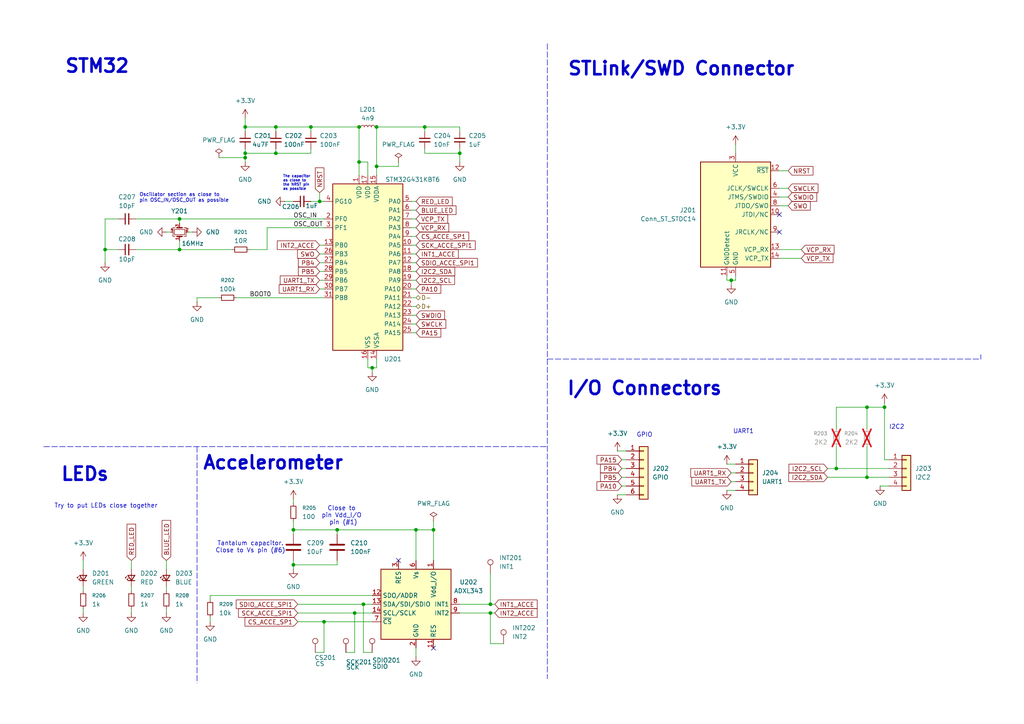
<source format=kicad_sch>
(kicad_sch (version 20250114) (generator "eeschema") (generator_version "9.0")
  (paper "A4")
  (title_block (title "STM32 Tuto USB") (date "2025-09-11") (rev "v1.0") (company "ENSEA") (comment 1 "Danilo Del Rio Cisneros"))
  (lib_symbols
    (symbol "Connector:Conn_ST_STDC14"
      (property "Reference" "J" (at -8.89 16.51 0))
      (property "Value" "Conn_ST_STDC14" (at 17.78 16.51 0))
      (symbol "Conn_ST_STDC14_0_1"
        (rectangle (start -10.16 15.24) (end 10.16 -15.24) (stroke (width 0.254)) (fill (type background)))
      )
      (symbol "Conn_ST_STDC14_1_1"
        (pin no_connect line (at -10.16 5.08 0) (length 2.54) (hide yes) (name "NC") (number "1"))
        (pin no_connect line (at -10.16 2.54 0) (length 2.54) (hide yes) (name "NC") (number "2"))
        (pin passive line (at -2.54 -17.78 90) (length 2.54) (name "GNDDetect") (number "11"))
        (pin power_in line (at 0 17.78 270) (length 2.54) (name "VCC") (number "3"))
        (pin power_in line (at 0 -17.78 90) (length 2.54) (name "GND") (number "5"))
        (pin passive line (at 0 -17.78 90) (length 2.54) (hide yes) (name "GND") (number "7"))
        (pin open_collector line (at 12.7 12.7 180) (length 2.54) (name "~{RST}") (number "12"))
        (pin output line (at 12.7 7.62 180) (length 2.54) (name "JCLK/SWCLK") (number "6"))
        (pin bidirectional line (at 12.7 5.08 180) (length 2.54) (name "JTMS/SWDIO") (number "4"))
        (pin input line (at 12.7 2.54 180) (length 2.54) (name "JTDO/SWO") (number "8"))
        (pin output line (at 12.7 0 180) (length 2.54) (name "JTDI/NC") (number "10"))
        (pin input line (at 12.7 -5.08 180) (length 2.54) (name "JRCLK/NC") (number "9"))
        (pin output line (at 12.7 -10.16 180) (length 2.54) (name "VCP_RX") (number "13"))
        (pin input line (at 12.7 -12.7 180) (length 2.54) (name "VCP_TX") (number "14"))
      )
    )
    (symbol "Connector:TestPoint" (pin_numbers (hide yes)) (pin_names (offset 0.762) (hide yes))
      (property "Reference" "TP" (at 0 6.858 0))
      (property "Value" "TestPoint" (at 0 5.08 0))
      (symbol "TestPoint_0_1"
        (circle (center 0 3.302) (radius 0.762))
      )
      (symbol "TestPoint_1_1"
        (pin passive line (at 0 0 90) (length 2.54) (name "1") (number "1"))
      )
    )
    (symbol "Connector_Generic:Conn_01x04" (pin_names (offset 1.016) (hide yes))
      (property "Reference" "J" (at 0 5.08 0))
      (property "Value" "Conn_01x04" (at 0 -7.62 0))
      (symbol "Conn_01x04_1_1"
        (rectangle (start -1.27 3.81) (end 1.27 -6.35) (stroke (width 0.254)) (fill (type background)))
        (rectangle (start -1.27 2.667) (end 0 2.413) (stroke (width 0.1524)))
        (rectangle (start -1.27 0.127) (end 0 -0.127) (stroke (width 0.1524)))
        (rectangle (start -1.27 -2.413) (end 0 -2.667) (stroke (width 0.1524)))
        (rectangle (start -1.27 -4.953) (end 0 -5.207) (stroke (width 0.1524)))
        (pin passive line (at -5.08 2.54 0) (length 3.81) (name "Pin_1") (number "1"))
        (pin passive line (at -5.08 0 0) (length 3.81) (name "Pin_2") (number "2"))
        (pin passive line (at -5.08 -2.54 0) (length 3.81) (name "Pin_3") (number "3"))
        (pin passive line (at -5.08 -5.08 0) (length 3.81) (name "Pin_4") (number "4"))
      )
    )
    (symbol "Connector_Generic:Conn_01x06" (pin_names (offset 1.016) (hide yes))
      (property "Reference" "J" (at 0 7.62 0))
      (property "Value" "Conn_01x06" (at 0 -10.16 0))
      (symbol "Conn_01x06_1_1"
        (rectangle (start -1.27 6.35) (end 1.27 -8.89) (stroke (width 0.254)) (fill (type background)))
        (rectangle (start -1.27 5.207) (end 0 4.953) (stroke (width 0.1524)))
        (rectangle (start -1.27 2.667) (end 0 2.413) (stroke (width 0.1524)))
        (rectangle (start -1.27 0.127) (end 0 -0.127) (stroke (width 0.1524)))
        (rectangle (start -1.27 -2.413) (end 0 -2.667) (stroke (width 0.1524)))
        (rectangle (start -1.27 -4.953) (end 0 -5.207) (stroke (width 0.1524)))
        (rectangle (start -1.27 -7.493) (end 0 -7.747) (stroke (width 0.1524)))
        (pin passive line (at -5.08 5.08 0) (length 3.81) (name "Pin_1") (number "1"))
        (pin passive line (at -5.08 2.54 0) (length 3.81) (name "Pin_2") (number "2"))
        (pin passive line (at -5.08 0 0) (length 3.81) (name "Pin_3") (number "3"))
        (pin passive line (at -5.08 -2.54 0) (length 3.81) (name "Pin_4") (number "4"))
        (pin passive line (at -5.08 -5.08 0) (length 3.81) (name "Pin_5") (number "5"))
        (pin passive line (at -5.08 -7.62 0) (length 3.81) (name "Pin_6") (number "6"))
      )
    )
    (symbol "Device:C" (pin_numbers (hide yes)) (pin_names (offset 0.254))
      (property "Reference" "C" (at 0.635 2.54 0))
      (property "Value" "C" (at 0.635 -2.54 0))
      (symbol "C_0_1"
        (polyline (pts (xy -2.032 0.762) (xy 2.032 0.762)) (stroke (width 0.508)))
        (polyline (pts (xy -2.032 -0.762) (xy 2.032 -0.762)) (stroke (width 0.508)))
      )
      (symbol "C_1_1"
        (pin passive line (at 0 3.81 270) (length 2.794) (name "~") (number "1"))
        (pin passive line (at 0 -3.81 90) (length 2.794) (name "~") (number "2"))
      )
    )
    (symbol "Device:C_Small" (pin_numbers (hide yes)) (pin_names (offset 0.254) (hide yes))
      (property "Reference" "C" (at 0.254 1.778 0))
      (property "Value" "C_Small" (at 0.254 -2.032 0))
      (symbol "C_Small_0_1"
        (polyline (pts (xy -1.524 0.508) (xy 1.524 0.508)) (stroke (width 0.3048)))
        (polyline (pts (xy -1.524 -0.508) (xy 1.524 -0.508)) (stroke (width 0.3302)))
      )
      (symbol "C_Small_1_1"
        (pin passive line (at 0 2.54 270) (length 2.032) (name "~") (number "1"))
        (pin passive line (at 0 -2.54 90) (length 2.032) (name "~") (number "2"))
      )
    )
    (symbol "Device:Crystal_GND24_Small" (pin_names (offset 1.016) (hide yes))
      (property "Reference" "Y" (at 1.27 4.445 0))
      (property "Value" "Crystal_GND24_Small" (at 1.27 2.54 0))
      (symbol "Crystal_GND24_Small_0_1"
        (polyline (pts (xy -1.27 1.27) (xy -1.27 1.905) (xy 1.27 1.905) (xy 1.27 1.27)))
        (polyline (pts (xy -1.27 -0.762) (xy -1.27 0.762)) (stroke (width 0.381)))
        (polyline (pts (xy -1.27 -1.27) (xy -1.27 -1.905) (xy 1.27 -1.905) (xy 1.27 -1.27)))
        (rectangle (start -0.762 -1.524) (end 0.762 1.524))
        (polyline (pts (xy 1.27 -0.762) (xy 1.27 0.762)) (stroke (width 0.381)))
      )
      (symbol "Crystal_GND24_Small_1_1"
        (pin passive line (at -2.54 0 0) (length 1.27) (name "1") (number "1"))
        (pin passive line (at 0 2.54 270) (length 0.635) (name "4") (number "4"))
        (pin passive line (at 0 -2.54 90) (length 0.635) (name "2") (number "2"))
        (pin passive line (at 2.54 0 180) (length 1.27) (name "3") (number "3"))
      )
    )
    (symbol "Device:LED_Small" (pin_numbers (hide yes)) (pin_names (offset 0.254) (hide yes))
      (property "Reference" "D" (at -1.27 3.175 0))
      (property "Value" "LED_Small" (at -4.445 -2.54 0))
      (symbol "LED_Small_0_1"
        (polyline (pts (xy -0.762 -1.016) (xy -0.762 1.016)) (stroke (width 0.254)))
        (polyline (pts (xy 0 0.762) (xy -0.508 1.27) (xy -0.254 1.27) (xy -0.508 1.27) (xy -0.508 1.016)))
        (polyline (pts (xy 0.508 1.27) (xy 0 1.778) (xy 0.254 1.778) (xy 0 1.778) (xy 0 1.524)))
        (polyline (pts (xy 0.762 -1.016) (xy -0.762 0) (xy 0.762 1.016) (xy 0.762 -1.016)) (stroke (width 0.254)))
        (polyline (pts (xy 1.016 0) (xy -0.762 0)))
      )
      (symbol "LED_Small_1_1"
        (pin passive line (at -2.54 0 0) (length 1.778) (name "K") (number "1"))
        (pin passive line (at 2.54 0 180) (length 1.778) (name "A") (number "2"))
      )
    )
    (symbol "Device:L_Small" (pin_numbers (hide yes)) (pin_names (offset 0.254) (hide yes))
      (property "Reference" "L" (at 0.762 1.016 0))
      (property "Value" "L_Small" (at 0.762 -1.016 0))
      (symbol "L_Small_0_1"
        (arc (start 0 2.032) (mid 0.5058 1.524) (end 0 1.016))
        (arc (start 0 1.016) (mid 0.5058 0.508) (end 0 0))
        (arc (start 0 0) (mid 0.5058 -0.508) (end 0 -1.016))
        (arc (start 0 -1.016) (mid 0.5058 -1.524) (end 0 -2.032))
      )
      (symbol "L_Small_1_1"
        (pin passive line (at 0 2.54 270) (length 0.508) (name "~") (number "1"))
        (pin passive line (at 0 -2.54 90) (length 0.508) (name "~") (number "2"))
      )
    )
    (symbol "Device:R_Small" (pin_numbers (hide yes)) (pin_names (offset 0.254) (hide yes))
      (property "Reference" "R" (at 0 0 90))
      (property "Value" "R_Small" (at 1.778 0 90))
      (symbol "R_Small_0_1"
        (rectangle (start -0.762 1.778) (end 0.762 -1.778) (stroke (width 0.2032)))
      )
      (symbol "R_Small_1_1"
        (pin passive line (at 0 2.54 270) (length 0.762) (name "~") (number "1"))
        (pin passive line (at 0 -2.54 90) (length 0.762) (name "~") (number "2"))
      )
    )
    (symbol "MCU_ST_STM32G4:STM32G431KBTx"
      (property "Reference" "U" (at -10.16 26.67 0))
      (property "Value" "STM32G431KBTx" (at 5.08 26.67 0))
      (symbol "STM32G431KBTx_0_1"
        (rectangle (start -10.16 -22.86) (end 10.16 25.4) (stroke (width 0.254)) (fill (type background)))
      )
      (symbol "STM32G431KBTx_1_1"
        (pin bidirectional line (at -12.7 20.32 0) (length 2.54) (name "PG10") (number "4"))
        (pin bidirectional line (at -12.7 15.24 0) (length 2.54) (name "PF0") (number "2"))
        (pin bidirectional line (at -12.7 12.7 0) (length 2.54) (name "PF1") (number "3"))
        (pin bidirectional line (at -12.7 7.62 0) (length 2.54) (name "PB0") (number "13"))
        (pin bidirectional line (at -12.7 5.08 0) (length 2.54) (name "PB3") (number "26"))
        (pin bidirectional line (at -12.7 2.54 0) (length 2.54) (name "PB4") (number "27"))
        (pin bidirectional line (at -12.7 0 0) (length 2.54) (name "PB5") (number "28"))
        (pin bidirectional line (at -12.7 -2.54 0) (length 2.54) (name "PB6") (number "29"))
        (pin bidirectional line (at -12.7 -5.08 0) (length 2.54) (name "PB7") (number "30"))
        (pin bidirectional line (at -12.7 -7.62 0) (length 2.54) (name "PB8") (number "31"))
        (pin power_in line (at -2.54 27.94 270) (length 2.54) (name "VDD") (number "1"))
        (pin power_in line (at 0 27.94 270) (length 2.54) (name "VDD") (number "17"))
        (pin power_in line (at 0 -25.4 90) (length 2.54) (name "VSS") (number "16"))
        (pin passive line (at 0 -25.4 90) (length 2.54) (hide yes) (name "VSS") (number "32"))
        (pin power_in line (at 2.54 27.94 270) (length 2.54) (name "VDDA") (number "15"))
        (pin power_in line (at 2.54 -25.4 90) (length 2.54) (name "VSSA") (number "14"))
        (pin bidirectional line (at 12.7 20.32 180) (length 2.54) (name "PA0") (number "5"))
        (pin bidirectional line (at 12.7 17.78 180) (length 2.54) (name "PA1") (number "6"))
        (pin bidirectional line (at 12.7 15.24 180) (length 2.54) (name "PA2") (number "7"))
        (pin bidirectional line (at 12.7 12.7 180) (length 2.54) (name "PA3") (number "8"))
        (pin bidirectional line (at 12.7 10.16 180) (length 2.54) (name "PA4") (number "9"))
        (pin bidirectional line (at 12.7 7.62 180) (length 2.54) (name "PA5") (number "10"))
        (pin bidirectional line (at 12.7 5.08 180) (length 2.54) (name "PA6") (number "11"))
        (pin bidirectional line (at 12.7 2.54 180) (length 2.54) (name "PA7") (number "12"))
        (pin bidirectional line (at 12.7 0 180) (length 2.54) (name "PA8") (number "18"))
        (pin bidirectional line (at 12.7 -2.54 180) (length 2.54) (name "PA9") (number "19"))
        (pin bidirectional line (at 12.7 -5.08 180) (length 2.54) (name "PA10") (number "20"))
        (pin bidirectional line (at 12.7 -7.62 180) (length 2.54) (name "PA11") (number "21"))
        (pin bidirectional line (at 12.7 -10.16 180) (length 2.54) (name "PA12") (number "22"))
        (pin bidirectional line (at 12.7 -12.7 180) (length 2.54) (name "PA13") (number "23"))
        (pin bidirectional line (at 12.7 -15.24 180) (length 2.54) (name "PA14") (number "24"))
        (pin bidirectional line (at 12.7 -17.78 180) (length 2.54) (name "PA15") (number "25"))
      )
    )
    (symbol "Sensor_Motion:ADXL343"
      (property "Reference" "U" (at -8.89 11.43 0))
      (property "Value" "ADXL343" (at -7.62 -11.43 0))
      (symbol "ADXL343_0_1"
        (rectangle (start -10.16 10.16) (end 10.16 -10.16) (stroke (width 0.254)) (fill (type background)))
      )
      (symbol "ADXL343_1_1"
        (pin bidirectional line (at -12.7 2.54 0) (length 2.54) (name "SDO/ADDR") (number "12"))
        (pin bidirectional line (at -12.7 0 0) (length 2.54) (name "SDA/SDI/SDIO") (number "13"))
        (pin input line (at -12.7 -2.54 0) (length 2.54) (name "SCL/SCLK") (number "14"))
        (pin input line (at -12.7 -5.08 0) (length 2.54) (name "~{CS}") (number "7"))
        (pin passive line (at -5.08 12.7 270) (length 2.54) (name "RES") (number "3"))
        (pin no_connect line (at -5.08 -10.16 90) (length 2.54) (hide yes) (name "NC") (number "10"))
        (pin power_in line (at 0 12.7 270) (length 2.54) (name "Vs") (number "6"))
        (pin power_in line (at 0 -12.7 90) (length 2.54) (name "GND") (number "2"))
        (pin passive line (at 0 -12.7 90) (length 2.54) (hide yes) (name "GND") (number "4"))
        (pin passive line (at 0 -12.7 90) (length 2.54) (hide yes) (name "GND") (number "5"))
        (pin power_in line (at 5.08 12.7 270) (length 2.54) (name "Vdd_I/O") (number "1"))
        (pin passive line (at 5.08 -12.7 90) (length 2.54) (name "RES") (number "11"))
        (pin output line (at 12.7 0 180) (length 2.54) (name "INT1") (number "8"))
        (pin output line (at 12.7 -2.54 180) (length 2.54) (name "INT2") (number "9"))
      )
    )
    (symbol "power:+3.3V" (power) (pin_numbers (hide yes)) (pin_names (offset 0) (hide yes))
      (property "Value" "+3.3V" (at 0 3.556 0))
      (symbol "+3.3V_0_1"
        (polyline (pts (xy -0.762 1.27) (xy 0 2.54)))
        (polyline (pts (xy 0 2.54) (xy 0.762 1.27)))
        (polyline (pts (xy 0 0) (xy 0 2.54)))
      )
      (symbol "+3.3V_1_1"
        (pin power_in line (at 0 0 90) (length 0) (name "~") (number "1"))
      )
    )
    (symbol "power:GND" (power) (pin_numbers (hide yes)) (pin_names (offset 0) (hide yes))
      (property "Value" "GND" (at 0 -3.81 0))
      (symbol "GND_0_1"
        (polyline (pts (xy 0 0) (xy 0 -1.27) (xy 1.27 -1.27) (xy 0 -2.54) (xy -1.27 -1.27) (xy 0 -1.27)))
      )
      (symbol "GND_1_1"
        (pin power_in line (at 0 0 270) (length 0) (name "~") (number "1"))
      )
    )
    (symbol "power:PWR_FLAG" (power) (pin_numbers (hide yes)) (pin_names (offset 0) (hide yes))
      (property "Value" "PWR_FLAG" (at 0 3.81 0))
      (symbol "PWR_FLAG_0_0"
        (pin power_out line (at 0 0 90) (length 0) (name "~") (number "1"))
      )
      (symbol "PWR_FLAG_0_1"
        (polyline (pts (xy 0 0) (xy 0 1.27) (xy -1.016 1.905) (xy 0 2.54) (xy 1.016 1.905) (xy 0 1.27)))
      )
    )
  )
  (text "UART1" (at 215.646 125.222 0) (effects (font (size 1.27 1.27))))
  (text "GPIO" (at 186.944 126.238 0) (effects (font (size 1.27 1.27))))
  (text "Try to put LEDs close together" (at 30.734 146.812 0) (effects (font (size 1.27 1.27))))
  (text "Close to \npin Vdd_I/O \npin (#1)" (at 99.568 149.606 0) (effects (font (size 1.27 1.27))))
  (text "The capacitor\nas close to\nthe NRST pin\nas possible" (at 82.042 53.086 0) (effects (font (size 0.762 0.762)) (justify left)))
  (text "Tantalum capacitor.\nClose to Vs pin (#6)" (at 72.644 158.75 0) (effects (font (size 1.27 1.27))))
  (text "I/O Connectors" (at 186.944 112.776 0) (effects (font (size 3.81 3.81) (thickness 0.762) (bold yes))))
  (text "STM32" (at 28.194 19.304 0) (effects (font (size 3.81 3.81) (thickness 0.762) (bold yes))))
  (text "Oscillator section as close to \npin OSC_IN/OSC_OUT as possible" (at 40.386 57.404 0) (effects (font (size 1.016 1.016)) (justify left)))
  (text "I2C2\n" (at 260.096 123.952 0) (effects (font (size 1.27 1.27))))
  (text "Accelerometer" (at 79.248 134.366 0) (effects (font (size 3.81 3.81) (thickness 0.762) (bold yes))))
  (text "STLink/SWD Connector" (at 197.612 20.066 0) (effects (font (size 3.81 3.81) (thickness 0.762) (bold yes))))
  (text "LEDs" (at 24.638 137.668 0) (effects (font (size 3.81 3.81) (thickness 0.762) (bold yes))))
  (junction (at 97.79 153.67))
  (junction (at 71.12 44.45))
  (junction (at 90.17 36.83))
  (junction (at 104.14 46.99))
  (junction (at 142.24 177.8))
  (junction (at 109.22 48.26))
  (junction (at 120.65 153.67))
  (junction (at 85.09 163.83))
  (junction (at 242.57 135.89))
  (junction (at 52.07 63.5))
  (junction (at 102.87 177.8))
  (junction (at 251.46 118.11))
  (junction (at 80.01 36.83))
  (junction (at 71.12 36.83))
  (junction (at 125.73 153.67))
  (junction (at 71.12 45.72))
  (junction (at 123.19 36.83))
  (junction (at 105.41 175.26))
  (junction (at 212.09 81.28))
  (junction (at 30.48 72.39))
  (junction (at 92.71 58.42))
  (junction (at 80.01 44.45))
  (junction (at 256.54 118.11))
  (junction (at 142.24 175.26))
  (junction (at 93.98 180.34))
  (junction (at 251.46 138.43))
  (junction (at 133.35 44.45))
  (junction (at 104.14 36.83))
  (junction (at 85.09 153.67))
  (junction (at 52.07 72.39))
  (junction (at 109.22 36.83))
  (junction (at 107.95 106.68))
  (no_connect (at 125.73 187.96))
  (no_connect (at 226.06 67.31))
  (no_connect (at 226.06 62.23))
  (no_connect (at 115.57 162.56))
  (wire (pts (xy 48.26 162.56) (xy 48.26 165.1)))
  (wire (pts (xy 212.09 81.28) (xy 213.36 81.28)))
  (wire (pts (xy 71.12 44.45) (xy 80.01 44.45)))
  (wire (pts (xy 179.07 130.81) (xy 181.61 130.81)))
  (wire (pts (xy 212.09 139.7) (xy 213.36 139.7)))
  (wire (pts (xy 256.54 118.11) (xy 256.54 133.35)))
  (wire (pts (xy 85.09 163.83) (xy 85.09 165.1)))
  (wire (pts (xy 119.38 58.42) (xy 120.65 58.42)))
  (wire (pts (xy 52.07 72.39) (xy 67.31 72.39)))
  (wire (pts (xy 210.82 81.28) (xy 212.09 81.28)))
  (wire (pts (xy 123.19 36.83) (xy 123.19 38.1)))
  (wire (pts (xy 133.35 175.26) (xy 142.24 175.26)))
  (wire (pts (xy 100.33 189.23) (xy 102.87 189.23)))
  (wire (pts (xy 92.71 55.88) (xy 92.71 58.42)))
  (wire (pts (xy 71.12 43.18) (xy 71.12 44.45)))
  (wire (pts (xy 30.48 72.39) (xy 30.48 76.2)))
  (wire (pts (xy 109.22 36.83) (xy 109.22 48.26)))
  (wire (pts (xy 30.48 72.39) (xy 34.29 72.39)))
  (wire (pts (xy 85.09 163.83) (xy 97.79 163.83)))
  (wire (pts (xy 39.37 72.39) (xy 52.07 72.39)))
  (wire (pts (xy 125.73 151.13) (xy 125.73 153.67)))
  (wire (pts (xy 102.87 189.23) (xy 102.87 177.8)))
  (wire (pts (xy 109.22 106.68) (xy 107.95 106.68)))
  (wire (pts (xy 80.01 43.18) (xy 80.01 44.45)))
  (wire (pts (xy 90.17 36.83) (xy 90.17 38.1)))
  (wire (pts (xy 119.38 91.44) (xy 120.65 91.44)))
  (wire (pts (xy 240.03 135.89) (xy 242.57 135.89)))
  (wire (pts (xy 119.38 71.12) (xy 120.65 71.12)))
  (wire (pts (xy 104.14 36.83) (xy 104.14 46.99)))
  (wire (pts (xy 60.96 172.72) (xy 60.96 173.99)))
  (wire (pts (xy 226.06 59.69) (xy 228.6 59.69)))
  (wire (pts (xy 97.79 162.56) (xy 97.79 163.83)))
  (wire (pts (xy 93.98 189.23) (xy 93.98 180.34)))
  (wire (pts (xy 120.65 187.96) (xy 120.65 190.5)))
  (wire (pts (xy 242.57 118.11) (xy 242.57 124.46)))
  (wire (pts (xy 119.38 73.66) (xy 120.65 73.66)))
  (wire (pts (xy 85.09 151.13) (xy 85.09 153.67)))
  (wire (pts (xy 251.46 129.54) (xy 251.46 138.43)))
  (wire (pts (xy 80.01 44.45) (xy 90.17 44.45)))
  (wire (pts (xy 119.38 76.2) (xy 120.65 76.2)))
  (wire (pts (xy 71.12 36.83) (xy 71.12 34.29)))
  (wire (pts (xy 71.12 36.83) (xy 71.12 38.1)))
  (wire (pts (xy 119.38 93.98) (xy 120.65 93.98)))
  (wire (pts (xy 93.98 63.5) (xy 52.07 63.5)))
  (wire (pts (xy 213.36 81.28) (xy 213.36 80.01)))
  (wire (pts (xy 93.98 180.34) (xy 107.95 180.34)))
  (wire (pts (xy 91.44 189.23) (xy 93.98 189.23)))
  (wire (pts (xy 38.1 162.56) (xy 38.1 165.1)))
  (wire (pts (xy 106.68 46.99) (xy 106.68 50.8)))
  (wire (pts (xy 133.35 36.83) (xy 133.35 38.1)))
  (wire (pts (xy 123.19 44.45) (xy 133.35 44.45)))
  (wire (pts (xy 52.07 63.5) (xy 52.07 64.77)))
  (wire (pts (xy 146.05 186.69) (xy 142.24 186.69)))
  (wire (pts (xy 120.65 162.56) (xy 120.65 153.67)))
  (wire (pts (xy 123.19 43.18) (xy 123.19 44.45)))
  (wire (pts (xy 210.82 142.24) (xy 213.36 142.24)))
  (wire (pts (xy 119.38 88.9) (xy 120.65 88.9)))
  (wire (pts (xy 86.36 175.26) (xy 105.41 175.26)))
  (wire (pts (xy 226.06 54.61) (xy 228.6 54.61)))
  (wire (pts (xy 60.96 172.72) (xy 107.95 172.72)))
  (wire (pts (xy 92.71 58.42) (xy 93.98 58.42)))
  (wire (pts (xy 92.71 81.28) (xy 93.98 81.28)))
  (wire (pts (xy 80.01 36.83) (xy 80.01 38.1)))
  (wire (pts (xy 119.38 63.5) (xy 120.65 63.5)))
  (wire (pts (xy 142.24 186.69) (xy 142.24 177.8)))
  (wire (pts (xy 48.26 176.53) (xy 48.26 177.8)))
  (wire (pts (xy 34.29 63.5) (xy 30.48 63.5)))
  (wire (pts (xy 119.38 86.36) (xy 120.65 86.36)))
  (wire (pts (xy 82.55 58.42) (xy 85.09 58.42)))
  (wire (pts (xy 92.71 76.2) (xy 93.98 76.2)))
  (wire (pts (xy 90.17 43.18) (xy 90.17 44.45)))
  (wire (pts (xy 251.46 118.11) (xy 242.57 118.11)))
  (wire (pts (xy 226.06 49.53) (xy 228.6 49.53)))
  (wire (pts (xy 38.1 176.53) (xy 38.1 177.8)))
  (wire (pts (xy 77.47 66.04) (xy 93.98 66.04)))
  (wire (pts (xy 102.87 177.8) (xy 107.95 177.8)))
  (wire (pts (xy 251.46 118.11) (xy 251.46 124.46)))
  (wire (pts (xy 142.24 175.26) (xy 143.51 175.26)))
  (wire (pts (xy 226.06 57.15) (xy 228.6 57.15)))
  (polyline (pts (xy 284.48 102.87) (xy 284.48 104.14)) (stroke (width 0) (type dash)))
  (wire (pts (xy 57.15 86.36) (xy 63.5 86.36)))
  (wire (pts (xy 242.57 135.89) (xy 257.81 135.89)))
  (wire (pts (xy 72.39 72.39) (xy 77.47 72.39)))
  (wire (pts (xy 242.57 129.54) (xy 242.57 135.89)))
  (wire (pts (xy 86.36 177.8) (xy 102.87 177.8)))
  (wire (pts (xy 109.22 36.83) (xy 123.19 36.83)))
  (wire (pts (xy 80.01 36.83) (xy 71.12 36.83)))
  (wire (pts (xy 119.38 96.52) (xy 120.65 96.52)))
  (wire (pts (xy 226.06 74.93) (xy 232.41 74.93)))
  (wire (pts (xy 256.54 118.11) (xy 251.46 118.11)))
  (wire (pts (xy 71.12 45.72) (xy 71.12 46.99)))
  (wire (pts (xy 105.41 175.26) (xy 105.41 189.23)))
  (wire (pts (xy 39.37 63.5) (xy 52.07 63.5)))
  (wire (pts (xy 123.19 36.83) (xy 133.35 36.83)))
  (wire (pts (xy 92.71 71.12) (xy 93.98 71.12)))
  (wire (pts (xy 105.41 189.23) (xy 107.95 189.23)))
  (wire (pts (xy 119.38 81.28) (xy 120.65 81.28)))
  (wire (pts (xy 180.34 138.43) (xy 181.61 138.43)))
  (wire (pts (xy 179.07 143.51) (xy 181.61 143.51)))
  (wire (pts (xy 133.35 177.8) (xy 142.24 177.8)))
  (wire (pts (xy 90.17 36.83) (xy 80.01 36.83)))
  (wire (pts (xy 212.09 137.16) (xy 213.36 137.16)))
  (wire (pts (xy 90.17 58.42) (xy 92.71 58.42)))
  (wire (pts (xy 92.71 73.66) (xy 93.98 73.66)))
  (wire (pts (xy 133.35 43.18) (xy 133.35 44.45)))
  (wire (pts (xy 106.68 106.68) (xy 107.95 106.68)))
  (wire (pts (xy 115.57 46.99) (xy 115.57 48.26)))
  (wire (pts (xy 212.09 82.55) (xy 212.09 81.28)))
  (polyline (pts (xy 12.7 129.54) (xy 158.75 129.54)) (stroke (width 0) (type dash)))
  (polyline (pts (xy 158.75 12.7) (xy 158.75 196.85)) (stroke (width 0) (type dash)))
  (wire (pts (xy 38.1 170.18) (xy 38.1 171.45)))
  (wire (pts (xy 105.41 175.26) (xy 107.95 175.26)))
  (wire (pts (xy 52.07 69.85) (xy 52.07 72.39)))
  (wire (pts (xy 107.95 106.68) (xy 107.95 107.95)))
  (wire (pts (xy 97.79 153.67) (xy 120.65 153.67)))
  (wire (pts (xy 30.48 63.5) (xy 30.48 72.39)))
  (wire (pts (xy 106.68 104.14) (xy 106.68 106.68)))
  (wire (pts (xy 104.14 46.99) (xy 106.68 46.99)))
  (wire (pts (xy 92.71 83.82) (xy 93.98 83.82)))
  (wire (pts (xy 255.27 140.97) (xy 257.81 140.97)))
  (wire (pts (xy 24.13 176.53) (xy 24.13 177.8)))
  (wire (pts (xy 213.36 41.91) (xy 213.36 44.45)))
  (wire (pts (xy 24.13 162.56) (xy 24.13 165.1)))
  (wire (pts (xy 104.14 46.99) (xy 104.14 50.8)))
  (wire (pts (xy 85.09 144.78) (xy 85.09 146.05)))
  (wire (pts (xy 119.38 66.04) (xy 120.65 66.04)))
  (wire (pts (xy 180.34 140.97) (xy 181.61 140.97)))
  (wire (pts (xy 54.61 67.31) (xy 55.88 67.31)))
  (wire (pts (xy 142.24 177.8) (xy 143.51 177.8)))
  (wire (pts (xy 24.13 170.18) (xy 24.13 171.45)))
  (wire (pts (xy 77.47 72.39) (xy 77.47 66.04)))
  (wire (pts (xy 119.38 83.82) (xy 120.65 83.82)))
  (wire (pts (xy 251.46 138.43) (xy 257.81 138.43)))
  (wire (pts (xy 71.12 44.45) (xy 71.12 45.72)))
  (wire (pts (xy 57.15 87.63) (xy 57.15 86.36)))
  (wire (pts (xy 256.54 133.35) (xy 257.81 133.35)))
  (wire (pts (xy 109.22 48.26) (xy 115.57 48.26)))
  (wire (pts (xy 119.38 60.96) (xy 120.65 60.96)))
  (wire (pts (xy 97.79 154.94) (xy 97.79 153.67)))
  (wire (pts (xy 85.09 153.67) (xy 85.09 154.94)))
  (wire (pts (xy 210.82 134.62) (xy 213.36 134.62)))
  (wire (pts (xy 109.22 104.14) (xy 109.22 106.68)))
  (wire (pts (xy 92.71 78.74) (xy 93.98 78.74)))
  (wire (pts (xy 63.5 45.72) (xy 71.12 45.72)))
  (wire (pts (xy 119.38 68.58) (xy 120.65 68.58)))
  (wire (pts (xy 125.73 162.56) (xy 125.73 153.67)))
  (wire (pts (xy 125.73 153.67) (xy 120.65 153.67)))
  (wire (pts (xy 180.34 133.35) (xy 181.61 133.35)))
  (wire (pts (xy 180.34 135.89) (xy 181.61 135.89)))
  (wire (pts (xy 60.96 179.07) (xy 60.96 180.34)))
  (polyline (pts (xy 57.15 129.54) (xy 57.15 198.12)) (stroke (width 0) (type dash)))
  (wire (pts (xy 85.09 162.56) (xy 85.09 163.83)))
  (wire (pts (xy 210.82 80.01) (xy 210.82 81.28)))
  (wire (pts (xy 240.03 138.43) (xy 251.46 138.43)))
  (wire (pts (xy 142.24 166.37) (xy 142.24 175.26)))
  (wire (pts (xy 90.17 36.83) (xy 104.14 36.83)))
  (wire (pts (xy 86.36 180.34) (xy 93.98 180.34)))
  (wire (pts (xy 68.58 86.36) (xy 93.98 86.36)))
  (wire (pts (xy 109.22 48.26) (xy 109.22 50.8)))
  (wire (pts (xy 119.38 78.74) (xy 120.65 78.74)))
  (wire (pts (xy 48.26 170.18) (xy 48.26 171.45)))
  (polyline (pts (xy 158.75 104.14) (xy 284.48 104.14)) (stroke (width 0) (type dash)))
  (wire (pts (xy 226.06 72.39) (xy 232.41 72.39)))
  (wire (pts (xy 85.09 153.67) (xy 97.79 153.67)))
  (wire (pts (xy 133.35 44.45) (xy 133.35 46.99)))
  (wire (pts (xy 256.54 116.84) (xy 256.54 118.11)))
  (wire (pts (xy 48.26 67.31) (xy 49.53 67.31)))
  (label "OSC_OUT" (at 85.09 66.04 0))
  (label "OSC_IN" (at 85.09 63.5 0))
  (label "BOOT0" (at 72.39 86.36 0))
  (global_label "CS_ACCE_SP1" (shape input) (at 86.36 180.34 180) (property "Intersheetrefs" "${INTERSHEET_REFS}" (effects (hide yes))))
  (global_label "UART1_TX" (shape input) (at 92.71 81.28 180) (property "Intersheetrefs" "${INTERSHEET_REFS}" (effects (hide yes))))
  (global_label "VCP_RX" (shape input) (at 232.41 72.39 0) (property "Intersheetrefs" "${INTERSHEET_REFS}" (effects (hide yes))))
  (global_label "SDIO_ACCE_SPI1" (shape input) (at 120.65 76.2 0) (property "Intersheetrefs" "${INTERSHEET_REFS}" (effects (hide yes))))
  (global_label "BLUE_LED" (shape input) (at 48.26 162.56 90) (property "Intersheetrefs" "${INTERSHEET_REFS}" (effects (hide yes))))
  (global_label "SWCLK" (shape input) (at 228.6 54.61 0) (property "Intersheetrefs" "${INTERSHEET_REFS}" (effects (hide yes))))
  (global_label "PA15" (shape input) (at 120.65 96.52 0) (property "Intersheetrefs" "${INTERSHEET_REFS}" (effects (hide yes))))
  (global_label "SDIO_ACCE_SPI1" (shape input) (at 86.36 175.26 180) (property "Intersheetrefs" "${INTERSHEET_REFS}" (effects (hide yes))))
  (global_label "VCP_TX" (shape input) (at 120.65 63.5 0) (property "Intersheetrefs" "${INTERSHEET_REFS}" (effects (hide yes))))
  (global_label "SWO" (shape input) (at 228.6 59.69 0) (property "Intersheetrefs" "${INTERSHEET_REFS}" (effects (hide yes))))
  (global_label "SCK_ACCE_SPI1" (shape input) (at 86.36 177.8 180) (property "Intersheetrefs" "${INTERSHEET_REFS}" (effects (hide yes))))
  (global_label "PB4" (shape input) (at 92.71 76.2 180) (property "Intersheetrefs" "${INTERSHEET_REFS}" (effects (hide yes))))
  (global_label "PB5" (shape input) (at 180.34 138.43 180) (property "Intersheetrefs" "${INTERSHEET_REFS}" (effects (hide yes))))
  (global_label "SCK_ACCE_SPI1" (shape input) (at 120.65 71.12 0) (property "Intersheetrefs" "${INTERSHEET_REFS}" (effects (hide yes))))
  (global_label "PB4" (shape input) (at 180.34 135.89 180) (property "Intersheetrefs" "${INTERSHEET_REFS}" (effects (hide yes))))
  (global_label "PA10" (shape input) (at 180.34 140.97 180) (property "Intersheetrefs" "${INTERSHEET_REFS}" (effects (hide yes))))
  (global_label "UART1_RX" (shape input) (at 92.71 83.82 180) (property "Intersheetrefs" "${INTERSHEET_REFS}" (effects (hide yes))))
  (global_label "INT1_ACCE" (shape input) (at 143.51 175.26 0) (property "Intersheetrefs" "${INTERSHEET_REFS}" (effects (hide yes))))
  (global_label "NRST" (shape input) (at 228.6 49.53 0) (property "Intersheetrefs" "${INTERSHEET_REFS}" (effects (hide yes))))
  (global_label "SWDIO" (shape input) (at 228.6 57.15 0) (property "Intersheetrefs" "${INTERSHEET_REFS}" (effects (hide yes))))
  (global_label "BLUE_LED" (shape input) (at 120.65 60.96 0) (property "Intersheetrefs" "${INTERSHEET_REFS}" (effects (hide yes))))
  (global_label "PA10" (shape input) (at 120.65 83.82 0) (property "Intersheetrefs" "${INTERSHEET_REFS}" (effects (hide yes))))
  (global_label "I2C2_SCL" (shape input) (at 120.65 81.28 0) (property "Intersheetrefs" "${INTERSHEET_REFS}" (effects (hide yes))))
  (global_label "INT2_ACCE" (shape input) (at 92.71 71.12 180) (property "Intersheetrefs" "${INTERSHEET_REFS}" (effects (hide yes))))
  (global_label "UART1_TX" (shape input) (at 212.09 139.7 180) (property "Intersheetrefs" "${INTERSHEET_REFS}" (effects (hide yes))))
  (global_label "PB5" (shape input) (at 92.71 78.74 180) (property "Intersheetrefs" "${INTERSHEET_REFS}" (effects (hide yes))))
  (global_label "INT2_ACCE" (shape input) (at 143.51 177.8 0) (property "Intersheetrefs" "${INTERSHEET_REFS}" (effects (hide yes))))
  (global_label "SWDIO" (shape input) (at 120.65 91.44 0) (property "Intersheetrefs" "${INTERSHEET_REFS}" (effects (hide yes))))
  (global_label "RED_LED" (shape input) (at 120.65 58.42 0) (property "Intersheetrefs" "${INTERSHEET_REFS}" (effects (hide yes))))
  (global_label "PA15" (shape input) (at 180.34 133.35 180) (property "Intersheetrefs" "${INTERSHEET_REFS}" (effects (hide yes))))
  (global_label "SWCLK" (shape input) (at 120.65 93.98 0) (property "Intersheetrefs" "${INTERSHEET_REFS}" (effects (hide yes))))
  (global_label "CS_ACCE_SP1" (shape input) (at 120.65 68.58 0) (property "Intersheetrefs" "${INTERSHEET_REFS}" (effects (hide yes))))
  (global_label "VCP_RX" (shape input) (at 120.65 66.04 0) (property "Intersheetrefs" "${INTERSHEET_REFS}" (effects (hide yes))))
  (global_label "I2C2_SDA" (shape input) (at 240.03 138.43 180) (property "Intersheetrefs" "${INTERSHEET_REFS}" (effects (hide yes))))
  (global_label "UART1_RX" (shape input) (at 212.09 137.16 180) (property "Intersheetrefs" "${INTERSHEET_REFS}" (effects (hide yes))))
  (global_label "INT1_ACCE" (shape input) (at 120.65 73.66 0) (property "Intersheetrefs" "${INTERSHEET_REFS}" (effects (hide yes))))
  (global_label "VCP_TX" (shape input) (at 232.41 74.93 0) (property "Intersheetrefs" "${INTERSHEET_REFS}" (effects (hide yes))))
  (global_label "I2C2_SCL" (shape input) (at 240.03 135.89 180) (property "Intersheetrefs" "${INTERSHEET_REFS}" (effects (hide yes))))
  (global_label "SWO" (shape input) (at 92.71 73.66 180) (property "Intersheetrefs" "${INTERSHEET_REFS}" (effects (hide yes))))
  (global_label "RED_LED" (shape input) (at 38.1 162.56 90) (property "Intersheetrefs" "${INTERSHEET_REFS}" (effects (hide yes))))
  (global_label "NRST" (shape input) (at 92.71 55.88 90) (property "Intersheetrefs" "${INTERSHEET_REFS}" (effects (hide yes))))
  (global_label "I2C2_SDA" (shape input) (at 120.65 78.74 0) (property "Intersheetrefs" "${INTERSHEET_REFS}" (effects (hide yes))))
  (hierarchical_label "D+" (shape bidirectional) (at 120.65 88.9 0))
  (hierarchical_label "D-" (shape bidirectional) (at 120.65 86.36 0))
  (symbol (lib_id "power:GND") (at 179.07 143.51 0) (unit 1)
    (property "Reference" "#PWR0217" (effects (hide yes)))
    (property "Value" "GND" (at 179.07 148.59 0))
    (property "Description" "Power symbol creates a global label with name \"GND\" , ground" (effects (hide yes)))
  )
  (symbol (lib_id "Connector_Generic:Conn_01x06") (at 186.69 135.89 0) (unit 1)
    (property "Reference" "J202" (at 189.23 135.8899 0) (effects (justify left)))
    (property "Value" "GPIO" (at 189.23 138.4299 0) (effects (justify left)))
    (property "Footprint" "Connector_PinHeader_2.54mm:PinHeader_1x06_P2.54mm_Vertical" (effects (hide yes)))
    (property "Description" "Generic connector, single row, 01x06, script generated (kicad-library-utils/schlib/autogen/connector/)" (effects (hide yes)))
  )
  (symbol (lib_id "Device:R_Small") (at 24.13 173.99 180) (unit 1)
    (property "Reference" "R206" (at 26.67 172.7199 0) (effects (font (size 1.016 1.016)) (justify right)))
    (property "Value" "1k" (at 26.67 175.2599 0) (effects (justify right)))
    (property "Footprint" "Resistor_SMD:R_0603_1608Metric_Pad0.98x0.95mm_HandSolder" (effects (hide yes)))
    (property "Description" "Resistor, small symbol" (effects (hide yes)))
  )
  (symbol (lib_id "Device:C_Small") (at 71.12 40.64 0) (unit 1)
    (property "Reference" "C201" (at 73.66 39.3762 0) (effects (justify left)))
    (property "Value" "4u7F" (at 73.152 41.91 0) (effects (justify left)))
    (property "Footprint" "Capacitor_SMD:C_0603_1608Metric_Pad1.08x0.95mm_HandSolder" (effects (hide yes)))
    (property "Description" "Unpolarized capacitor, small symbol" (effects (hide yes)))
  )
  (symbol (lib_id "Device:C_Small") (at 123.19 40.64 0) (unit 1)
    (property "Reference" "C204" (at 125.73 39.3762 0) (effects (justify left)))
    (property "Value" "10nF" (at 125.73 41.9162 0) (effects (justify left)))
    (property "Footprint" "Capacitor_SMD:C_0603_1608Metric_Pad1.08x0.95mm_HandSolder" (effects (hide yes)))
    (property "Description" "Unpolarized capacitor, small symbol" (effects (hide yes)))
  )
  (symbol (lib_id "Sensor_Motion:ADXL343") (at 120.65 175.26 0) (unit 1)
    (property "Reference" "U202" (at 135.89 168.8398 0))
    (property "Value" "ADXL343" (at 135.89 171.3798 0))
    (property "Footprint" "Package_LGA:LGA-14_3x5mm_P0.8mm_LayoutBorder1x6y" (effects (hide yes)))
    (property "Datasheet" "https://www.analog.com/media/en/technical-documentation/data-sheets/ADXL343.pdf" (effects (hide yes)))
    (property "Description" "3-Axis MEMS Accelerometer, 2/4/8/16g range, I2C/SPI, LGA-14" (effects (hide yes)))
  )
  (symbol (lib_id "power:PWR_FLAG") (at 125.73 151.13 0) (unit 1)
    (property "Reference" "#FLG0203" (effects (hide yes)))
    (property "Value" "PWR_FLAG" (at 125.73 146.05 0))
    (property "Description" "Special symbol for telling ERC where power comes from" (effects (hide yes)))
  )
  (symbol (lib_id "Device:R_Small") (at 38.1 173.99 180) (unit 1)
    (property "Reference" "R207" (at 40.64 172.7199 0) (effects (font (size 1.016 1.016)) (justify right)))
    (property "Value" "1k" (at 40.64 175.2599 0) (effects (justify right)))
    (property "Footprint" "Resistor_SMD:R_0603_1608Metric_Pad0.98x0.95mm_HandSolder" (effects (hide yes)))
    (property "Description" "Resistor, small symbol" (effects (hide yes)))
  )
  (symbol (lib_id "power:GND") (at 48.26 67.31 270) (unit 1)
    (property "Reference" "#PWR0206" (effects (hide yes)))
    (property "Value" "GND" (at 44.45 67.3099 90) (effects (justify right)))
    (property "Description" "Power symbol creates a global label with name \"GND\" , ground" (effects (hide yes)))
  )
  (symbol (lib_id "Connector:TestPoint") (at 142.24 166.37 0) (unit 1)
    (property "Reference" "INT201" (at 144.78 161.7979 0) (effects (justify left)))
    (property "Value" "INT1" (at 144.78 164.3379 0) (effects (justify left)))
    (property "Footprint" "TestPoint:TestPoint_Pad_D2.0mm" (effects (hide yes)))
    (property "Description" "test point" (effects (hide yes)))
  )
  (symbol (lib_id "power:GND") (at 107.95 107.95 0) (unit 1)
    (property "Reference" "#PWR0211" (effects (hide yes)))
    (property "Value" "GND" (at 107.95 113.03 0))
    (property "Description" "Power symbol creates a global label with name \"GND\" , ground" (effects (hide yes)))
  )
  (symbol (lib_id "power:GND") (at 60.96 180.34 0) (unit 1)
    (property "Reference" "#PWR0224" (effects (hide yes)))
    (property "Value" "GND" (at 60.96 185.42 0))
    (property "Description" "Power symbol creates a global label with name \"GND\" , ground" (effects (hide yes)))
  )
  (symbol (lib_id "power:PWR_FLAG") (at 63.5 45.72 0) (unit 1)
    (property "Reference" "#FLG0201" (effects (hide yes)))
    (property "Value" "PWR_FLAG" (at 63.5 40.64 0))
    (property "Description" "Special symbol for telling ERC where power comes from" (effects (hide yes)))
  )
  (symbol (lib_id "Device:R_Small") (at 60.96 176.53 180) (unit 1)
    (property "Reference" "R209" (at 63.5 175.2599 0) (effects (font (size 1.016 1.016)) (justify right)))
    (property "Value" "10k" (at 63.5 177.7999 0) (effects (justify right)))
    (property "Footprint" "Resistor_SMD:R_0603_1608Metric_Pad0.98x0.95mm_HandSolder" (effects (hide yes)))
    (property "Description" "Resistor, small symbol" (effects (hide yes)))
  )
  (symbol (lib_id "Device:C_Small") (at 36.83 72.39 90) (unit 1)
    (property "Reference" "C208" (at 36.83 69.342 90))
    (property "Value" "10pF" (at 36.83 75.184 90))
    (property "Footprint" "Capacitor_SMD:C_0603_1608Metric_Pad1.08x0.95mm_HandSolder" (effects (hide yes)))
    (property "Description" "Unpolarized capacitor, small symbol" (effects (hide yes)))
  )
  (symbol (lib_id "Device:R_Small") (at 69.85 72.39 90) (unit 1)
    (property "Reference" "R201" (at 69.85 67.31 90) (effects (font (size 1.016 1.016))))
    (property "Value" "10R" (at 69.85 69.85 90))
    (property "Footprint" "Resistor_SMD:R_0603_1608Metric_Pad0.98x0.95mm_HandSolder" (effects (hide yes)))
    (property "Description" "Resistor, small symbol" (effects (hide yes)))
  )
  (symbol (lib_id "power:GND") (at 24.13 177.8 0) (unit 1)
    (property "Reference" "#PWR0221" (effects (hide yes)))
    (property "Value" "GND" (at 24.13 182.88 0))
    (property "Description" "Power symbol creates a global label with name \"GND\" , ground" (effects (hide yes)))
  )
  (symbol (lib_id "Connector_Generic:Conn_01x04") (at 262.89 135.89 0) (unit 1)
    (property "Reference" "J203" (at 265.43 135.8899 0) (effects (justify left)))
    (property "Value" "I2C2" (at 265.43 138.4299 0) (effects (justify left)))
    (property "Footprint" "Connector_PinHeader_2.54mm:PinHeader_1x04_P2.54mm_Vertical" (effects (hide yes)))
    (property "Description" "Generic connector, single row, 01x04, script generated (kicad-library-utils/schlib/autogen/connector/)" (effects (hide yes)))
  )
  (symbol (lib_id "Device:C") (at 85.09 158.75 0) (unit 1)
    (property "Reference" "C209" (at 88.9 157.4799 0) (effects (justify left)))
    (property "Value" "10uF" (at 88.9 160.0199 0) (effects (justify left)))
    (property "Footprint" "Capacitor_SMD:C_0603_1608Metric" (effects (hide yes)))
    (property "Description" "Unpolarized capacitor" (effects (hide yes)))
  )
  (symbol (lib_id "power:GND") (at 82.55 58.42 270) (unit 1)
    (property "Reference" "#PWR0205" (effects (hide yes)))
    (property "Value" "GND" (at 78.74 58.4199 90) (effects (justify right)))
    (property "Description" "Power symbol creates a global label with name \"GND\" , ground" (effects (hide yes)))
  )
  (symbol (lib_id "power:GND") (at 120.65 190.5 0) (unit 1)
    (property "Reference" "#PWR0225" (effects (hide yes)))
    (property "Value" "GND" (at 120.65 195.58 0))
    (property "Description" "Power symbol creates a global label with name \"GND\" , ground" (effects (hide yes)))
  )
  (symbol (lib_id "Device:R_Small") (at 242.57 127 0) (mirror y) (unit 1) (dnp yes)
    (property "Reference" "R203" (at 240.03 125.7299 0) (effects (font (size 1.016 1.016)) (justify left)))
    (property "Value" "2K2" (at 240.03 128.2699 0) (effects (justify left)))
    (property "Footprint" "Resistor_SMD:R_0603_1608Metric" (effects (hide yes)))
    (property "Description" "Resistor, small symbol" (effects (hide yes)))
  )
  (symbol (lib_id "Device:C") (at 97.79 158.75 0) (unit 1)
    (property "Reference" "C210" (at 101.6 157.4799 0) (effects (justify left)))
    (property "Value" "100nF" (at 101.6 160.0199 0) (effects (justify left)))
    (property "Footprint" "Capacitor_SMD:C_0603_1608Metric" (effects (hide yes)))
    (property "Description" "Unpolarized capacitor" (effects (hide yes)))
  )
  (symbol (lib_id "power:GND") (at 57.15 87.63 0) (unit 1)
    (property "Reference" "#PWR0210" (effects (hide yes)))
    (property "Value" "GND" (at 57.15 92.71 0))
    (property "Description" "Power symbol creates a global label with name \"GND\" , ground" (effects (hide yes)))
  )
  (symbol (lib_id "power:GND") (at 48.26 177.8 0) (unit 1)
    (property "Reference" "#PWR0223" (effects (hide yes)))
    (property "Value" "GND" (at 48.26 182.88 0))
    (property "Description" "Power symbol creates a global label with name \"GND\" , ground" (effects (hide yes)))
  )
  (symbol (lib_id "Device:LED_Small") (at 24.13 167.64 90) (unit 1)
    (property "Reference" "D201" (at 26.67 166.3064 90) (effects (justify right)))
    (property "Value" "GREEN" (at 26.67 168.8464 90) (effects (justify right)))
    (property "Footprint" "LED_SMD:LED_0603_1608Metric_Pad1.05x0.95mm_HandSolder" (effects (hide yes)))
    (property "Description" "Light emitting diode, small symbol" (effects (hide yes)))
    (property "Sim.Pin" "1=K 2=A" (effects (hide yes)))
  )
  (symbol (lib_id "power:+3.3V") (at 213.36 41.91 0) (unit 1)
    (property "Reference" "#PWR0202" (effects (hide yes)))
    (property "Value" "+3.3V" (at 213.36 36.83 0))
    (property "Description" "Power symbol creates a global label with name \"+3.3V\"" (effects (hide yes)))
  )
  (symbol (lib_id "power:+3.3V") (at 179.07 130.81 0) (unit 1)
    (property "Reference" "#PWR0213" (effects (hide yes)))
    (property "Value" "+3.3V" (at 179.07 125.73 0))
    (property "Description" "Power symbol creates a global label with name \"+3.3V\"" (effects (hide yes)))
  )
  (symbol (lib_id "power:+3.3V") (at 71.12 34.29 0) (unit 1)
    (property "Reference" "#PWR0201" (effects (hide yes)))
    (property "Value" "+3.3V" (at 71.12 29.21 0))
    (property "Description" "Power symbol creates a global label with name \"+3.3V\"" (effects (hide yes)))
  )
  (symbol (lib_id "Device:R_Small") (at 85.09 148.59 180) (unit 1)
    (property "Reference" "R205" (at 87.63 147.3199 0) (effects (font (size 1.016 1.016)) (justify right)))
    (property "Value" "100" (at 87.63 149.8599 0) (effects (justify right)))
    (property "Footprint" "Resistor_SMD:R_0603_1608Metric_Pad0.98x0.95mm_HandSolder" (effects (hide yes)))
    (property "Description" "Resistor, small symbol" (effects (hide yes)))
  )
  (symbol (lib_id "Device:C_Small") (at 87.63 58.42 90) (unit 1)
    (property "Reference" "C206" (at 84.328 59.944 90))
    (property "Value" "1uF" (at 90.424 59.69 90))
    (property "Footprint" "Capacitor_SMD:C_0603_1608Metric_Pad1.08x0.95mm_HandSolder" (effects (hide yes)))
    (property "Description" "Unpolarized capacitor, small symbol" (effects (hide yes)))
  )
  (symbol (lib_id "MCU_ST_STM32G4:STM32G431KBTx") (at 106.68 78.74 0) (unit 1)
    (property "Reference" "U201" (at 111.3633 104.14 0) (effects (justify left)))
    (property "Value" "STM32G431KBT6" (at 111.76 52.07 0) (effects (justify left)))
    (property "Footprint" "Package_QFP:LQFP-32_7x7mm_P0.8mm" (effects (hide yes)))
    (property "Datasheet" "https://www.st.com/resource/en/datasheet/stm32g431kb.pdf" (effects (hide yes)))
    (property "Description" "STMicroelectronics Arm Cortex-M4 MCU, 128KB flash, 32KB RAM, 170 MHz, 1.71-3.6V, 26 GPIO, LQFP32" (effects (hide yes)))
  )
  (symbol (lib_id "power:+3.3V") (at 256.54 116.84 0) (unit 1)
    (property "Reference" "#PWR0212" (effects (hide yes)))
    (property "Value" "+3.3V" (at 256.54 111.76 0))
    (property "Description" "Power symbol creates a global label with name \"+3.3V\"" (effects (hide yes)))
  )
  (symbol (lib_id "Device:L_Small") (at 106.68 36.83 90) (unit 1)
    (property "Reference" "L201" (at 106.68 31.75 90))
    (property "Value" "4n9" (at 106.68 34.29 90))
    (property "Footprint" "Inductor_SMD:L_0603_1608Metric_Pad1.05x0.95mm_HandSolder" (effects (hide yes)))
    (property "Description" "Inductor, small symbol" (effects (hide yes)))
  )
  (symbol (lib_id "Device:Crystal_GND24_Small") (at 52.07 67.31 90) (unit 1)
    (property "Reference" "Y201" (at 52.07 61.214 90))
    (property "Value" "16MHz" (at 55.88 70.612 90))
    (property "Footprint" "Crystal:Crystal_SMD_EuroQuartz_MT-4Pin_3.2x2.5mm" (effects (hide yes)))
    (property "Description" "Four pin crystal, GND on pins 2 and 4, small symbol" (effects (hide yes)))
  )
  (symbol (lib_id "Connector_Generic:Conn_01x04") (at 218.44 137.16 0) (unit 1)
    (property "Reference" "J204" (at 220.98 137.1599 0) (effects (justify left)))
    (property "Value" "UART1" (at 220.98 139.6999 0) (effects (justify left)))
    (property "Footprint" "Connector_PinHeader_2.54mm:PinHeader_1x04_P2.54mm_Vertical" (effects (hide yes)))
    (property "Description" "Generic connector, single row, 01x04, script generated (kicad-library-utils/schlib/autogen/connector/)" (effects (hide yes)))
  )
  (symbol (lib_id "Device:R_Small") (at 66.04 86.36 90) (unit 1)
    (property "Reference" "R202" (at 66.04 81.28 90) (effects (font (size 1.016 1.016))))
    (property "Value" "100k" (at 66.04 83.82 90))
    (property "Footprint" "Resistor_SMD:R_0603_1608Metric_Pad0.98x0.95mm_HandSolder" (effects (hide yes)))
    (property "Description" "Resistor, small symbol" (effects (hide yes)))
  )
  (symbol (lib_id "power:GND") (at 210.82 142.24 0) (unit 1)
    (property "Reference" "#PWR0216" (effects (hide yes)))
    (property "Value" "GND" (at 210.82 147.32 0))
    (property "Description" "Power symbol creates a global label with name \"GND\" , ground" (effects (hide yes)))
  )
  (symbol (lib_id "power:GND") (at 255.27 140.97 0) (unit 1)
    (property "Reference" "#PWR0215" (effects (hide yes)))
    (property "Value" "GND" (at 255.27 146.05 0))
    (property "Description" "Power symbol creates a global label with name \"GND\" , ground" (effects (hide yes)))
  )
  (symbol (lib_id "Connector:TestPoint") (at 107.95 189.23 0) (unit 1)
    (property "Reference" "SDIO201" (at 107.95 191.516 0) (effects (justify left)))
    (property "Value" "SDIO" (at 107.95 193.294 0) (effects (justify left)))
    (property "Footprint" "TestPoint:TestPoint_Pad_D2.0mm" (effects (hide yes)))
    (property "Description" "test point" (effects (hide yes)))
  )
  (symbol (lib_id "power:GND") (at 212.09 82.55 0) (unit 1)
    (property "Reference" "#PWR0209" (effects (hide yes)))
    (property "Value" "GND" (at 212.09 87.63 0))
    (property "Description" "Power symbol creates a global label with name \"GND\" , ground" (effects (hide yes)))
  )
  (symbol (lib_id "Device:C_Small") (at 133.35 40.64 0) (unit 1)
    (property "Reference" "C205" (at 135.89 39.3762 0) (effects (justify left)))
    (property "Value" "1uF" (at 135.89 41.9162 0) (effects (justify left)))
    (property "Footprint" "Capacitor_SMD:C_0603_1608Metric_Pad1.08x0.95mm_HandSolder" (effects (hide yes)))
    (property "Description" "Unpolarized capacitor, small symbol" (effects (hide yes)))
  )
  (symbol (lib_id "power:+3.3V") (at 210.82 134.62 0) (unit 1)
    (property "Reference" "#PWR0214" (effects (hide yes)))
    (property "Value" "+3.3V" (at 210.82 129.54 0))
    (property "Description" "Power symbol creates a global label with name \"+3.3V\"" (effects (hide yes)))
  )
  (symbol (lib_id "Device:C_Small") (at 90.17 40.64 0) (unit 1)
    (property "Reference" "C203" (at 92.71 39.3762 0) (effects (justify left)))
    (property "Value" "100nF" (at 92.71 41.9162 0) (effects (justify left)))
    (property "Footprint" "Capacitor_SMD:C_0603_1608Metric_Pad1.08x0.95mm_HandSolder" (effects (hide yes)))
    (property "Description" "Unpolarized capacitor, small symbol" (effects (hide yes)))
  )
  (symbol (lib_id "power:+3.3V") (at 24.13 162.56 0) (unit 1)
    (property "Reference" "#PWR0219" (effects (hide yes)))
    (property "Value" "+3.3V" (at 24.13 157.48 0))
    (property "Description" "Power symbol creates a global label with name \"+3.3V\"" (effects (hide yes)))
  )
  (symbol (lib_id "power:GND") (at 38.1 177.8 0) (unit 1)
    (property "Reference" "#PWR0222" (effects (hide yes)))
    (property "Value" "GND" (at 38.1 182.88 0))
    (property "Description" "Power symbol creates a global label with name \"GND\" , ground" (effects (hide yes)))
  )
  (symbol (lib_id "power:PWR_FLAG") (at 115.57 46.99 0) (unit 1)
    (property "Reference" "#FLG0202" (effects (hide yes)))
    (property "Value" "PWR_FLAG" (at 115.57 41.91 0))
    (property "Description" "Special symbol for telling ERC where power comes from" (effects (hide yes)))
  )
  (symbol (lib_id "Connector:TestPoint") (at 91.44 189.23 0) (unit 1)
    (property "Reference" "CS201" (at 91.186 190.754 0) (effects (justify left)))
    (property "Value" "CS" (at 91.44 192.532 0) (effects (justify left)))
    (property "Footprint" "TestPoint:TestPoint_Pad_D2.0mm" (effects (hide yes)))
    (property "Description" "test point" (effects (hide yes)))
  )
  (symbol (lib_id "power:GND") (at 133.35 46.99 0) (unit 1)
    (property "Reference" "#PWR0204" (effects (hide yes)))
    (property "Value" "GND" (at 133.35 52.07 0))
    (property "Description" "Power symbol creates a global label with name \"GND\" , ground" (effects (hide yes)))
  )
  (symbol (lib_id "Device:R_Small") (at 251.46 127 0) (mirror y) (unit 1) (dnp yes)
    (property "Reference" "R204" (at 248.92 125.7299 0) (effects (font (size 1.016 1.016)) (justify left)))
    (property "Value" "2K2" (at 248.92 128.2699 0) (effects (justify left)))
    (property "Footprint" "Resistor_SMD:R_0603_1608Metric" (effects (hide yes)))
    (property "Description" "Resistor, small symbol" (effects (hide yes)))
  )
  (symbol (lib_id "Device:LED_Small") (at 48.26 167.64 90) (unit 1)
    (property "Reference" "D203" (at 50.8 166.3064 90) (effects (justify right)))
    (property "Value" "BLUE" (at 50.8 168.8464 90) (effects (justify right)))
    (property "Footprint" "LED_SMD:LED_0603_1608Metric_Pad1.05x0.95mm_HandSolder" (effects (hide yes)))
    (property "Description" "Light emitting diode, small symbol" (effects (hide yes)))
    (property "Sim.Pin" "1=K 2=A" (effects (hide yes)))
  )
  (symbol (lib_id "Device:LED_Small") (at 38.1 167.64 90) (unit 1)
    (property "Reference" "D202" (at 40.64 166.3064 90) (effects (justify right)))
    (property "Value" "RED" (at 40.64 168.8464 90) (effects (justify right)))
    (property "Footprint" "LED_SMD:LED_0603_1608Metric_Pad1.05x0.95mm_HandSolder" (effects (hide yes)))
    (property "Description" "Light emitting diode, small symbol" (effects (hide yes)))
    (property "Sim.Pin" "1=K 2=A" (effects (hide yes)))
  )
  (symbol (lib_id "power:+3.3V") (at 85.09 144.78 0) (unit 1)
    (property "Reference" "#PWR0218" (effects (hide yes)))
    (property "Value" "+3.3V" (at 85.09 139.7 0))
    (property "Description" "Power symbol creates a global label with name \"+3.3V\"" (effects (hide yes)))
  )
  (symbol (lib_id "Device:C_Small") (at 36.83 63.5 90) (unit 1)
    (property "Reference" "C207" (at 36.8363 57.15 90))
    (property "Value" "10pF" (at 36.8363 59.69 90))
    (property "Footprint" "Capacitor_SMD:C_0603_1608Metric_Pad1.08x0.95mm_HandSolder" (effects (hide yes)))
    (property "Description" "Unpolarized capacitor, small symbol" (effects (hide yes)))
  )
  (symbol (lib_id "power:GND") (at 55.88 67.31 90) (unit 1)
    (property "Reference" "#PWR0207" (effects (hide yes)))
    (property "Value" "GND" (at 59.69 67.3099 90) (effects (justify right)))
    (property "Description" "Power symbol creates a global label with name \"GND\" , ground" (effects (hide yes)))
  )
  (symbol (lib_id "Device:R_Small") (at 48.26 173.99 180) (unit 1)
    (property "Reference" "R208" (at 50.8 172.7199 0) (effects (font (size 1.016 1.016)) (justify right)))
    (property "Value" "1k" (at 50.8 175.2599 0) (effects (justify right)))
    (property "Footprint" "Resistor_SMD:R_0603_1608Metric_Pad0.98x0.95mm_HandSolder" (effects (hide yes)))
    (property "Description" "Resistor, small symbol" (effects (hide yes)))
  )
  (symbol (lib_id "Connector:TestPoint") (at 100.33 189.23 0) (unit 1)
    (property "Reference" "SCK201" (at 100.33 192.024 0) (effects (justify left)))
    (property "Value" "SCK" (at 100.33 193.548 0) (effects (justify left)))
    (property "Footprint" "TestPoint:TestPoint_Pad_D2.0mm" (effects (hide yes)))
    (property "Description" "test point" (effects (hide yes)))
  )
  (symbol (lib_id "Connector:TestPoint") (at 146.05 186.69 0) (unit 1)
    (property "Reference" "INT202" (at 148.59 182.1179 0) (effects (justify left)))
    (property "Value" "INT2" (at 148.59 184.6579 0) (effects (justify left)))
    (property "Footprint" "TestPoint:TestPoint_Pad_D2.0mm" (effects (hide yes)))
    (property "Description" "test point" (effects (hide yes)))
  )
  (symbol (lib_id "Connector:Conn_ST_STDC14") (at 213.36 62.23 0) (unit 1)
    (property "Reference" "J201" (at 201.93 60.9599 0) (effects (justify right)))
    (property "Value" "Conn_ST_STDC14" (at 201.93 63.4999 0) (effects (justify right)))
    (property "Footprint" "Connector_PinHeader_1.27mm:PinHeader_2x07_P1.27mm_Vertical_SMD" (effects (hide yes)))
    (property "Datasheet" "https://www.st.com/content/ccc/resource/technical/document/user_manual/group1/99/49/91/b6/b2/3a/46/e5/DM00526767/files/DM00526767.pdf/jcr:content/translations/en.DM00526767.pdf" (effects (hide yes)))
    (property "Description" "ST Debug Connector, standard ARM Cortex-M SWD and JTAG interface plus UART" (effects (hide yes)))
  )
  (symbol (lib_id "Device:C_Small") (at 80.01 40.64 0) (unit 1)
    (property "Reference" "C202" (at 82.55 39.3762 0) (effects (justify left)))
    (property "Value" "100nF" (at 82.296 41.91 0) (effects (justify left)))
    (property "Footprint" "Capacitor_SMD:C_0603_1608Metric_Pad1.08x0.95mm_HandSolder" (effects (hide yes)))
    (property "Description" "Unpolarized capacitor, small symbol" (effects (hide yes)))
  )
  (symbol (lib_id "power:GND") (at 30.48 76.2 0) (unit 1)
    (property "Reference" "#PWR0208" (effects (hide yes)))
    (property "Value" "GND" (at 30.48 81.28 0))
    (property "Description" "Power symbol creates a global label with name \"GND\" , ground" (effects (hide yes)))
  )
  (symbol (lib_id "power:GND") (at 85.09 165.1 0) (unit 1)
    (property "Reference" "#PWR0220" (effects (hide yes)))
    (property "Value" "GND" (at 85.09 170.18 0))
    (property "Description" "Power symbol creates a global label with name \"GND\" , ground" (effects (hide yes)))
  )
  (symbol (lib_id "power:GND") (at 71.12 46.99 0) (unit 1)
    (property "Reference" "#PWR0203" (effects (hide yes)))
    (property "Value" "GND" (at 71.12 52.07 0))
    (property "Description" "Power symbol creates a global label with name \"GND\" , ground" (effects (hide yes)))
  )
)
</source>
